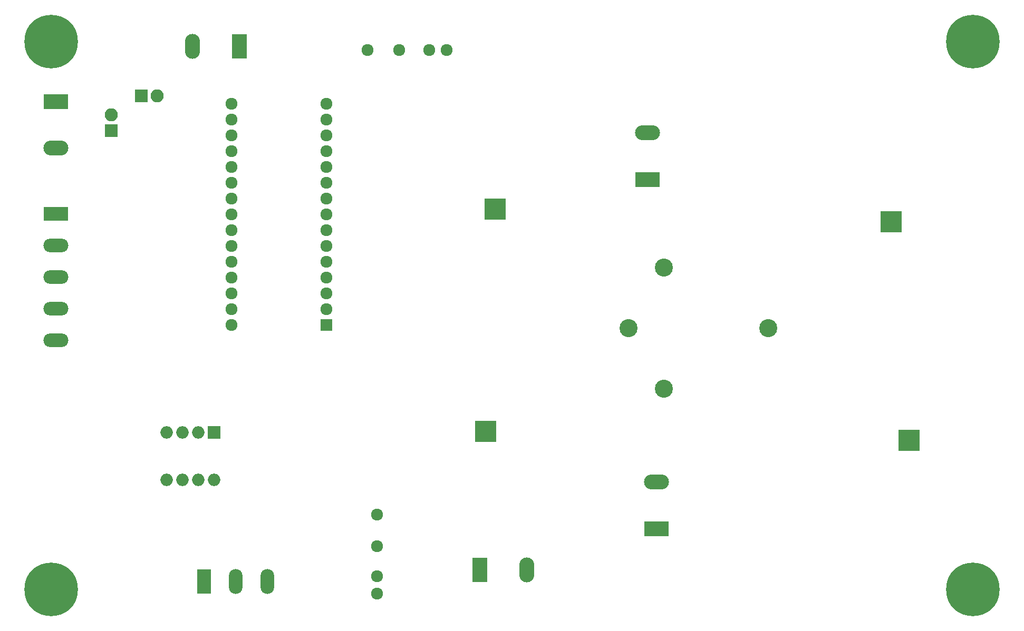
<source format=gbs>
G04 #@! TF.FileFunction,Soldermask,Bot*
%FSLAX46Y46*%
G04 Gerber Fmt 4.6, Leading zero omitted, Abs format (unit mm)*
G04 Created by KiCad (PCBNEW 4.0.6) date 11/14/17 15:59:32*
%MOMM*%
%LPD*%
G01*
G04 APERTURE LIST*
%ADD10C,0.100000*%
%ADD11C,2.900000*%
%ADD12R,1.924000X1.924000*%
%ADD13C,1.924000*%
%ADD14R,2.000000X2.000000*%
%ADD15O,2.000000X2.000000*%
%ADD16C,8.600000*%
%ADD17R,2.100000X2.100000*%
%ADD18O,2.100000X2.100000*%
%ADD19R,3.400000X3.400000*%
%ADD20C,0.900000*%
%ADD21R,4.000000X2.200000*%
%ADD22O,4.000000X2.200000*%
%ADD23R,2.200000X4.000000*%
%ADD24O,2.200000X4.000000*%
%ADD25R,2.400000X4.000000*%
%ADD26O,2.400000X4.000000*%
%ADD27R,4.000000X2.400000*%
%ADD28O,4.000000X2.400000*%
G04 APERTURE END LIST*
D10*
D11*
X133170000Y-64008000D03*
X110670000Y-64008000D03*
X116420000Y-73758000D03*
X116420000Y-54258000D03*
D12*
X62230000Y-63500000D03*
D13*
X62230000Y-60960000D03*
X62230000Y-58420000D03*
X62230000Y-55880000D03*
X62230000Y-53340000D03*
X62230000Y-50800000D03*
X62230000Y-48260000D03*
X62230000Y-45720000D03*
X62230000Y-43180000D03*
X62230000Y-40640000D03*
X62230000Y-38100000D03*
X62230000Y-35560000D03*
X62230000Y-33020000D03*
X62230000Y-30480000D03*
X62230000Y-27940000D03*
X46990000Y-27940000D03*
X46990000Y-30480000D03*
X46990000Y-33020000D03*
X46990000Y-35560000D03*
X46990000Y-38100000D03*
X46990000Y-40640000D03*
X46990000Y-43180000D03*
X46990000Y-45720000D03*
X46990000Y-48260000D03*
X46990000Y-50800000D03*
X46990000Y-53340000D03*
X46990000Y-55880000D03*
X46990000Y-58420000D03*
X46990000Y-60960000D03*
X46990000Y-63500000D03*
X81534000Y-19304000D03*
X78740000Y-19304000D03*
X73914000Y-19304000D03*
X68834000Y-19304000D03*
X70358000Y-106680000D03*
X70358000Y-103886000D03*
X70358000Y-99060000D03*
X70358000Y-93980000D03*
D14*
X44196000Y-80772000D03*
D15*
X36576000Y-88392000D03*
X41656000Y-80772000D03*
X39116000Y-88392000D03*
X39116000Y-80772000D03*
X41656000Y-88392000D03*
X36576000Y-80772000D03*
X44196000Y-88392000D03*
D16*
X166000000Y-106000000D03*
X18000000Y-18000000D03*
X166000000Y-18000000D03*
X18000000Y-106000000D03*
D17*
X27686000Y-32258000D03*
D18*
X27686000Y-29718000D03*
D17*
X32512000Y-26670000D03*
D18*
X35052000Y-26670000D03*
D19*
X152875000Y-46971000D03*
D20*
X151732000Y-45828000D03*
X154018000Y-45828000D03*
X154018000Y-48114000D03*
X151732000Y-48114000D03*
X151732000Y-46971000D03*
X152494000Y-48114000D03*
X152494000Y-46971000D03*
X152494000Y-45828000D03*
X153256000Y-45828000D03*
X153256000Y-46971000D03*
X153256000Y-48114000D03*
X154018000Y-46971000D03*
D19*
X89311500Y-44875500D03*
D20*
X90454500Y-46018500D03*
X88168500Y-46018500D03*
X88168500Y-43732500D03*
X90454500Y-43732500D03*
X90454500Y-44875500D03*
X89692500Y-43732500D03*
X89692500Y-44875500D03*
X89692500Y-46018500D03*
X88930500Y-46018500D03*
X88930500Y-44875500D03*
X88930500Y-43732500D03*
X88168500Y-44875500D03*
D19*
X155735000Y-82061000D03*
D20*
X154592000Y-80918000D03*
X156878000Y-80918000D03*
X156878000Y-83204000D03*
X154592000Y-83204000D03*
X154592000Y-82061000D03*
X155354000Y-83204000D03*
X155354000Y-82061000D03*
X155354000Y-80918000D03*
X156116000Y-80918000D03*
X156116000Y-82061000D03*
X156116000Y-83204000D03*
X156878000Y-82061000D03*
D19*
X87790000Y-80664000D03*
D20*
X88933000Y-81807000D03*
X86647000Y-81807000D03*
X86647000Y-79521000D03*
X88933000Y-79521000D03*
X88933000Y-80664000D03*
X88171000Y-79521000D03*
X88171000Y-80664000D03*
X88171000Y-81807000D03*
X87409000Y-81807000D03*
X87409000Y-80664000D03*
X87409000Y-79521000D03*
X86647000Y-80664000D03*
D21*
X18800000Y-45700000D03*
D22*
X18800000Y-50780000D03*
X18800000Y-55860000D03*
X18800000Y-60940000D03*
X18800000Y-66020000D03*
D23*
X42545000Y-104749600D03*
D24*
X47625000Y-104749600D03*
X52705000Y-104749600D03*
D25*
X86842600Y-102920800D03*
D26*
X94342600Y-102920800D03*
D27*
X113792000Y-40132000D03*
D28*
X113792000Y-32632000D03*
D27*
X18800000Y-27600000D03*
D28*
X18800000Y-35100000D03*
D25*
X48200000Y-18700000D03*
D26*
X40700000Y-18700000D03*
D27*
X115189000Y-96266000D03*
D28*
X115189000Y-88766000D03*
M02*

</source>
